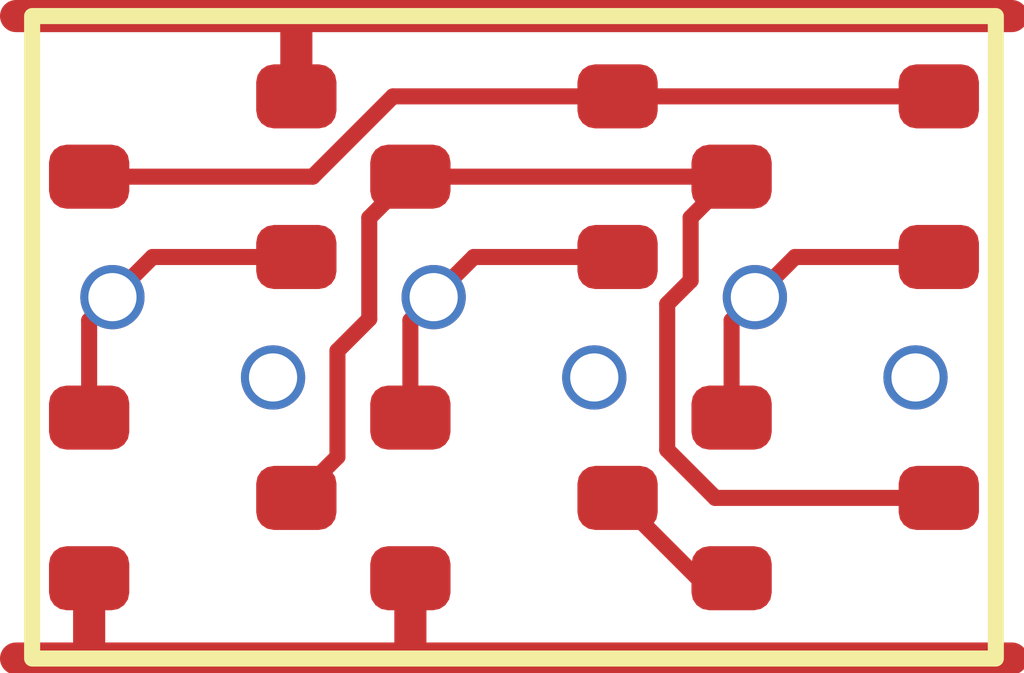
<source format=kicad_pcb>
(kicad_pcb (version 20241229) (generator "pcbnew") (generator_version "9.0")
  (layers (0 "F.Cu" signal) (2 "B.Cu" signal) (13 "F.Paste" user) (15 "B.Paste" user) (5 "F.SilkS" user "F.Silkscreen") (7 "B.SilkS" user "B.Silkscreen") (1 "F.Mask" user) (3 "B.Mask" user) (25 "Edge.Cuts" user))
  (net 0 "")
  (net 1 "GND")
  (net 2 "Y")
  (net 3 "B1")
  (net 4 "intB")
  (net 5 "B2")
  (net 6 "intN")
  (net 7 "VDD")
  (net 8 "A")
  (footprint "RV523:SOT523" (layer "F.Cu") (at 3 3)
    (property "Reference" "P2" (hide yes))
    (property "Value" "PMOS" (hide yes))
    (pad "1" smd roundrect (at -0.645 -0.5 180) (size 0.5 0.399) (layers "F.Cu" "F.Mask" "F.Paste") (roundrect_rratio 0.275) (net 3 "B1"))
    (pad "2" smd roundrect (at -0.645 0.5 180) (size 0.5 0.399) (layers "F.Cu" "F.Mask" "F.Paste") (roundrect_rratio 0.275) (net 7 "VDD"))
    (pad "3" smd roundrect (at 0.645 0 180) (size 0.5 0.399) (layers "F.Cu" "F.Mask" "F.Paste") (roundrect_rratio 0.275) (net 4 "intB"))
  )
  (footprint "RV523:SOT523" (layer "F.Cu") (at 5 1 180)
    (property "Reference" "N3" (hide yes))
    (property "Value" "NMOS" (hide yes))
    (pad "1" smd roundrect (at -0.645 -0.5) (size 0.5 0.399) (layers "F.Cu" "F.Mask" "F.Paste") (roundrect_rratio 0.275) (net 5 "B2"))
    (pad "2" smd roundrect (at -0.645 0.5) (size 0.5 0.399) (layers "F.Cu" "F.Mask" "F.Paste") (roundrect_rratio 0.275) (net 6 "intN"))
    (pad "3" smd roundrect (at 0.645 0) (size 0.5 0.399) (layers "F.Cu" "F.Mask" "F.Paste") (roundrect_rratio 0.275) (net 2 "Y"))
  )
  (footprint "RV523:SOT523" (layer "F.Cu") (at 1 1 180)
    (property "Reference" "N1" (hide yes))
    (property "Value" "NMOS" (hide yes))
    (pad "1" smd roundrect (at -0.645 -0.5) (size 0.5 0.399) (layers "F.Cu" "F.Mask" "F.Paste") (roundrect_rratio 0.275) (net 8 "A"))
    (pad "2" smd roundrect (at -0.645 0.5) (size 0.5 0.399) (layers "F.Cu" "F.Mask" "F.Paste") (roundrect_rratio 0.275) (net 1 "GND"))
    (pad "3" smd roundrect (at 0.645 0) (size 0.5 0.399) (layers "F.Cu" "F.Mask" "F.Paste") (roundrect_rratio 0.275) (net 6 "intN"))
  )
  (footprint "RV523:SOT523" (layer "F.Cu") (at 1 3)
    (property "Reference" "P1" (hide yes))
    (property "Value" "PMOS" (hide yes))
    (pad "1" smd roundrect (at -0.645 -0.5 180) (size 0.5 0.399) (layers "F.Cu" "F.Mask" "F.Paste") (roundrect_rratio 0.275) (net 8 "A"))
    (pad "2" smd roundrect (at -0.645 0.5 180) (size 0.5 0.399) (layers "F.Cu" "F.Mask" "F.Paste") (roundrect_rratio 0.275) (net 7 "VDD"))
    (pad "3" smd roundrect (at 0.645 0 180) (size 0.5 0.399) (layers "F.Cu" "F.Mask" "F.Paste") (roundrect_rratio 0.275) (net 2 "Y"))
  )
  (footprint "RV523:SOT523" (layer "F.Cu") (at 3 1 180)
    (property "Reference" "N2" (hide yes))
    (property "Value" "NMOS" (hide yes))
    (pad "1" smd roundrect (at -0.645 -0.5) (size 0.5 0.399) (layers "F.Cu" "F.Mask" "F.Paste") (roundrect_rratio 0.275) (net 3 "B1"))
    (pad "2" smd roundrect (at -0.645 0.5) (size 0.5 0.399) (layers "F.Cu" "F.Mask" "F.Paste") (roundrect_rratio 0.275) (net 6 "intN"))
    (pad "3" smd roundrect (at 0.645 0) (size 0.5 0.399) (layers "F.Cu" "F.Mask" "F.Paste") (roundrect_rratio 0.275) (net 2 "Y"))
  )
  (footprint "RV523:SOT523" (layer "F.Cu") (at 5 3)
    (property "Reference" "P3" (hide yes))
    (property "Value" "PMOS" (hide yes))
    (pad "1" smd roundrect (at -0.645 -0.5 180) (size 0.5 0.399) (layers "F.Cu" "F.Mask" "F.Paste") (roundrect_rratio 0.275) (net 5 "B2"))
    (pad "2" smd roundrect (at -0.645 0.5 180) (size 0.5 0.399) (layers "F.Cu" "F.Mask" "F.Paste") (roundrect_rratio 0.275) (net 4 "intB"))
    (pad "3" smd roundrect (at 0.645 0 180) (size 0.5 0.399) (layers "F.Cu" "F.Mask" "F.Paste") (roundrect_rratio 0.275) (net 2 "Y"))
  )
  (gr_rect (start 0 0) (end 6 4) (stroke (width 0.1)) (fill no) (layer "F.SilkS"))
  (via (at 3.5 2.25) (size 0.4) (drill 0.3) (layers "F.Cu" "B.Cu") (net 0))
  (via (at 5.5 2.25) (size 0.4) (drill 0.3) (layers "F.Cu" "B.Cu") (net 0))
  (via (at 1.5 2.25) (size 0.4) (drill 0.3) (layers "F.Cu" "B.Cu") (net 0))
  (segment (start 1.6 0) (end 6.1 0) (width 0.2) (layer "F.Cu") (net 1))
  (segment (start 1.645 0.4) (end 1.645 0.045) (width 0.2) (layer "F.Cu") (net 1))
  (segment (start -0.1 0) (end 1.6 0) (width 0.2) (layer "F.Cu") (net 1))
  (segment (start 1.645 0.045) (end 1.6 0) (width 0.2) (layer "F.Cu") (net 1))
  (segment (start 1.901 2.0839) (end 1.901 2.744) (width 0.1) (layer "F.Cu") (net 2))
  (segment (start 4.253188 3) (end 3.954 2.700812) (width 0.1) (layer "F.Cu") (net 2))
  (segment (start 5.645 3) (end 4.253188 3) (width 0.1) (layer "F.Cu") (net 2))
  (segment (start 2.099 1.256) (end 2.099 1.8859) (width 0.1) (layer "F.Cu") (net 2))
  (segment (start 2.355 1) (end 2.099 1.256) (width 0.1) (layer "F.Cu") (net 2))
  (segment (start 2.099 1.8859) (end 1.901 2.0839) (width 0.1) (layer "F.Cu") (net 2))
  (segment (start 3.954 2.700812) (end 3.954 1.792812) (width 0.1) (layer "F.Cu") (net 2))
  (segment (start 2.355 1) (end 4.355 1) (width 0.1) (layer "F.Cu") (net 2))
  (segment (start 4.1 1.255) (end 4.355 1) (width 0.1) (layer "F.Cu") (net 2))
  (segment (start 1.901 2.744) (end 1.645 3) (width 0.1) (layer "F.Cu") (net 2))
  (segment (start 3.954 1.792812) (end 4.1 1.646812) (width 0.1) (layer "F.Cu") (net 2))
  (segment (start 4.1 1.646812) (end 4.1 1.255) (width 0.1) (layer "F.Cu") (net 2))
  (segment (start 3.645 1.5) (end 2.75 1.5) (width 0.1) (layer "F.Cu") (net 3))
  (segment (start 2.355 2.5) (end 2.355 1.895) (width 0.1) (layer "F.Cu") (net 3))
  (segment (start 2.75 1.5) (end 2.5 1.75) (width 0.1) (layer "F.Cu") (net 3))
  (segment (start 2.355 1.895) (end 2.5 1.75) (width 0.1) (layer "F.Cu") (net 3))
  (via (at 2.5 1.75) (size 0.4) (drill 0.3) (layers "F.Cu" "B.Cu") (net 3))
  (segment (start 4.355 3.5) (end 4.145 3.5) (width 0.1) (layer "F.Cu") (net 4))
  (segment (start 4.145 3.5) (end 3.645 3) (width 0.1) (layer "F.Cu") (net 4))
  (segment (start 4.75 1.5) (end 4.5 1.75) (width 0.1) (layer "F.Cu") (net 5))
  (segment (start 4.355 1.895) (end 4.5 1.75) (width 0.1) (layer "F.Cu") (net 5))
  (segment (start 4.355 2.5) (end 4.355 1.895) (width 0.1) (layer "F.Cu") (net 5))
  (segment (start 5.645 1.5) (end 4.75 1.5) (width 0.1) (layer "F.Cu") (net 5))
  (via (at 4.5 1.75) (size 0.4) (drill 0.3) (layers "F.Cu" "B.Cu") (net 5))
  (segment (start 1.746812 1) (end 2.246812 0.5) (width 0.1) (layer "F.Cu") (net 6))
  (segment (start 2.246812 0.5) (end 3.645 0.5) (width 0.1) (layer "F.Cu") (net 6))
  (segment (start 5.645 0.5) (end 3.645 0.5) (width 0.1) (layer "F.Cu") (net 6))
  (segment (start 0.355 1) (end 1.746812 1) (width 0.1) (layer "F.Cu") (net 6))
  (segment (start -0.1 4) (end 0.3 4) (width 0.2) (layer "F.Cu") (net 7))
  (segment (start 2.4 4) (end 6.1 4) (width 0.2) (layer "F.Cu") (net 7))
  (segment (start 0.355 3.5) (end 0.355 3.945) (width 0.2) (layer "F.Cu") (net 7))
  (segment (start 0.355 3.945) (end 0.3 4) (width 0.2) (layer "F.Cu") (net 7))
  (segment (start 2.355 3.955) (end 2.4 4) (width 0.2) (layer "F.Cu") (net 7))
  (segment (start 2.355 3.5) (end 2.355 3.955) (width 0.2) (layer "F.Cu") (net 7))
  (segment (start 0.3 4) (end 2.4 4) (width 0.2) (layer "F.Cu") (net 7))
  (segment (start 0.75 1.5) (end 0.5 1.75) (width 0.1) (layer "F.Cu") (net 8))
  (segment (start 0.355 1.895) (end 0.5 1.75) (width 0.1) (layer "F.Cu") (net 8))
  (segment (start 1.645 1.5) (end 0.75 1.5) (width 0.1) (layer "F.Cu") (net 8))
  (segment (start 0.355 2.5) (end 0.355 1.895) (width 0.1) (layer "F.Cu") (net 8))
  (via (at 0.5 1.75) (size 0.4) (drill 0.3) (layers "F.Cu" "B.Cu") (net 8))
)
</source>
